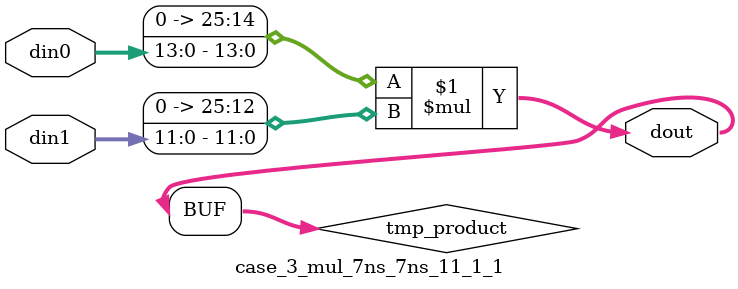
<source format=v>

`timescale 1 ns / 1 ps

 (* use_dsp = "no" *)  module case_3_mul_7ns_7ns_11_1_1(din0, din1, dout);
parameter ID = 1;
parameter NUM_STAGE = 0;
parameter din0_WIDTH = 14;
parameter din1_WIDTH = 12;
parameter dout_WIDTH = 26;

input [din0_WIDTH - 1 : 0] din0; 
input [din1_WIDTH - 1 : 0] din1; 
output [dout_WIDTH - 1 : 0] dout;

wire signed [dout_WIDTH - 1 : 0] tmp_product;
























assign tmp_product = $signed({1'b0, din0}) * $signed({1'b0, din1});











assign dout = tmp_product;





















endmodule

</source>
